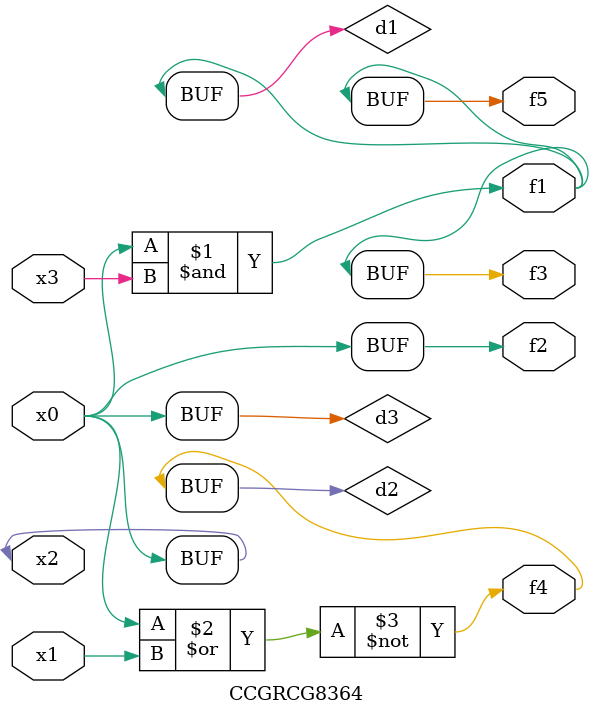
<source format=v>
module CCGRCG8364(
	input x0, x1, x2, x3,
	output f1, f2, f3, f4, f5
);

	wire d1, d2, d3;

	and (d1, x2, x3);
	nor (d2, x0, x1);
	buf (d3, x0, x2);
	assign f1 = d1;
	assign f2 = d3;
	assign f3 = d1;
	assign f4 = d2;
	assign f5 = d1;
endmodule

</source>
